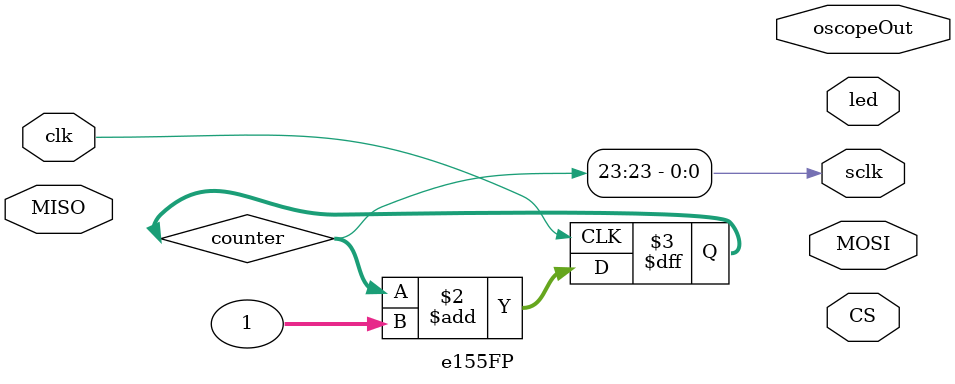
<source format=sv>

/*
  Created: 9/1/2017
  Name: Isabel Martos-Repath and Alex Echeverria
  Email: imartosrepath@g.hmc.edu aecheverria@g.hmc.edu
  Purpose: This is the top level module designed to run osciolloscope
  functionality on FPGA
*/
module  e155FP   (
input logic clk, // the 40 MHz clock
input logic MISO,
output logic MOSI,
output logic CS,
output logic sclk, //clock for ADC
output logic [7:0]led ,// the 8 lights on the LED bar=
output logic oscopeOut //signal sent to the 
);


/*Logic to setup slow clock for the ADC*/
reg [32:0] counter;
assign sclk = counter[23]; // <------ data to change


always @ (posedge clk) begin
	 counter <= counter + 1;
end

endmodule 



</source>
